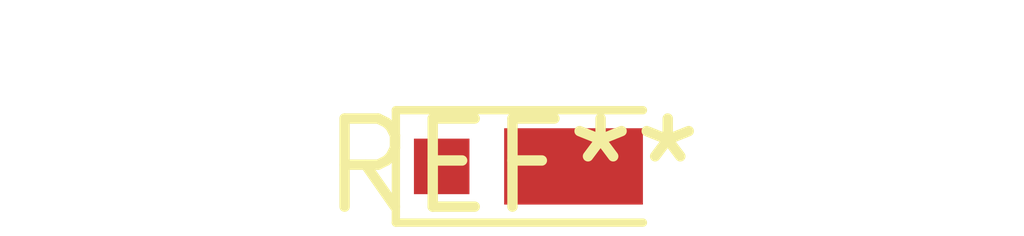
<source format=kicad_pcb>
(kicad_pcb (version 20240108) (generator pcbnew)
  (layers (0 "F.Cu" signal) (31 "B.Cu" signal) (34 "B.Paste" user) (35 "F.Paste" user) (36 "B.SilkS" user "B.Silkscreen") (37 "F.SilkS" user "F.Silkscreen") (38 "B.Mask" user) (39 "F.Mask" user) (44 "Edge.Cuts" user))
  (net 0 "")
  (footprint "D_MicroSMP_KA" (layer "F.Cu") (at 0 0)
    (property "Reference" "REF**")
    (property "Value" "D_MicroSMP_KA")
    (fp_line (start -1.68 -0.81) (end -1.68 0.81) (layer "F.SilkS") (stroke (width 0.12)))
    (fp_line (start -1.68 -0.81) (end 1.88 -0.81) (layer "F.SilkS") (stroke (width 0.12)))
    (fp_line (start -1.68 0.81) (end 1.88 0.81) (layer "F.SilkS") (stroke (width 0.12)))
    (pad "1" smd rect (at -1.02 0) (size 0.8 0.8) (layers "F.Cu" "F.Paste" "F.Mask"))
    (pad "2" smd rect (at 0.88 0) (size 2 1.1) (layers "F.Cu" "F.Paste" "F.Mask"))
  )
)
</source>
